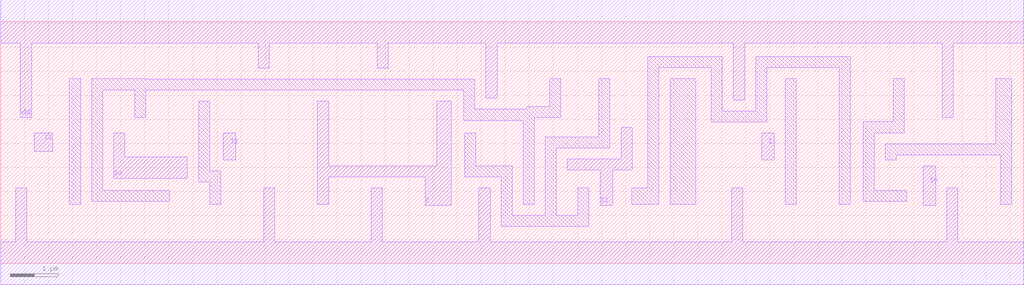
<source format=lef>
# Copyright 2022 GlobalFoundries PDK Authors
#
# Licensed under the Apache License, Version 2.0 (the "License");
# you may not use this file except in compliance with the License.
# You may obtain a copy of the License at
#
#      http://www.apache.org/licenses/LICENSE-2.0
#
# Unless required by applicable law or agreed to in writing, software
# distributed under the License is distributed on an "AS IS" BASIS,
# WITHOUT WARRANTIES OR CONDITIONS OF ANY KIND, either express or implied.
# See the License for the specific language governing permissions and
# limitations under the License.

MACRO gf180mcu_fd_sc_mcu9t5v0__mux4_4
  CLASS core ;
  FOREIGN gf180mcu_fd_sc_mcu9t5v0__mux4_4 0.0 0.0 ;
  ORIGIN 0 0 ;
  SYMMETRY X Y ;
  SITE GF018hv5v_green_sc9 ;
  SIZE 21.28 BY 5.04 ;
  PIN I0
    DIRECTION INPUT ;
    ANTENNAGATEAREA 1.12 ;
    PORT
      LAYER METAL1 ;
        POLYGON 19.19 1.21 19.45 1.21 19.45 2.03 19.19 2.03  ;
    END
  END I0
  PIN I1
    DIRECTION INPUT ;
    ANTENNAGATEAREA 1.12 ;
    PORT
      LAYER METAL1 ;
        POLYGON 15.83 2.15 16.09 2.15 16.09 2.71 15.83 2.71  ;
    END
  END I1
  PIN I2
    DIRECTION INPUT ;
    ANTENNAGATEAREA 1.12 ;
    PORT
      LAYER METAL1 ;
        POLYGON 0.7 2.33 1.08 2.33 1.08 2.71 0.7 2.71  ;
    END
  END I2
  PIN I3
    DIRECTION INPUT ;
    ANTENNAGATEAREA 1.12 ;
    PORT
      LAYER METAL1 ;
        POLYGON 4.63 2.15 4.89 2.15 4.89 2.71 4.63 2.71  ;
    END
  END I3
  PIN S0
    DIRECTION INPUT ;
    ANTENNAGATEAREA 3.36 ;
    PORT
      LAYER METAL1 ;
        POLYGON 2.35 1.77 3.885 1.77 3.885 2.22 2.58 2.22 2.58 2.71 2.35 2.71  ;
    END
  END S0
  PIN S1
    DIRECTION INPUT ;
    ANTENNAGATEAREA 2.24 ;
    PORT
      LAYER METAL1 ;
        POLYGON 11.79 1.945 12.47 1.945 12.47 1.21 12.73 1.21 12.73 1.945 13.135 1.945 13.135 2.83 12.905 2.83 12.905 2.175 11.79 2.175  ;
    END
  END S1
  PIN Z
    DIRECTION OUTPUT ;
    ANTENNADIFFAREA 2.1632 ;
    PORT
      LAYER METAL1 ;
        POLYGON 6.59 1.23 6.82 1.23 6.82 1.8 8.83 1.8 8.83 1.21 9.37 1.21 9.37 3.38 9.075 3.38 9.075 2.03 6.825 2.03 6.825 3.38 6.59 3.38  ;
    END
  END Z
  PIN VDD
    DIRECTION INOUT ;
    USE power ;
    SHAPE ABUTMENT ;
    PORT
      LAYER METAL1 ;
        POLYGON 0 4.59 0.41 4.59 0.41 3.04 0.64 3.04 0.64 4.59 1.66 4.59 5.355 4.59 5.355 4.07 5.585 4.07 5.585 4.59 7.835 4.59 7.835 4.07 8.065 4.07 8.065 4.59 10.095 4.59 10.095 3.44 10.325 3.44 10.325 4.59 11.655 4.59 12.675 4.59 15.245 4.59 15.245 3.4 15.475 3.4 15.475 4.59 17.675 4.59 19.585 4.59 19.585 3.04 19.815 3.04 19.815 4.59 21.035 4.59 21.28 4.59 21.28 5.49 21.035 5.49 17.675 5.49 12.675 5.49 11.655 5.49 1.66 5.49 0 5.49  ;
    END
  END VDD
  PIN VSS
    DIRECTION INOUT ;
    USE ground ;
    SHAPE ABUTMENT ;
    PORT
      LAYER METAL1 ;
        POLYGON 0 -0.45 21.28 -0.45 21.28 0.45 19.915 0.45 19.915 1.57 19.685 1.57 19.685 0.45 15.435 0.45 15.435 1.57 15.205 1.57 15.205 0.45 10.18 0.45 10.18 1.57 9.95 1.57 9.95 0.45 7.94 0.45 7.94 1.57 7.71 1.57 7.71 0.45 5.7 0.45 5.7 1.57 5.47 1.57 5.47 0.45 0.54 0.45 0.54 1.57 0.31 1.57 0.31 0.45 0 0.45  ;
    END
  END VSS
  OBS
      LAYER METAL1 ;
        POLYGON 1.43 1.23 1.66 1.23 1.66 3.85 1.43 3.85  ;
        POLYGON 4.115 1.695 4.35 1.695 4.35 1.23 4.58 1.23 4.58 1.925 4.345 1.925 4.345 3.38 4.115 3.38  ;
        POLYGON 2.12 3.61 2.79 3.61 2.79 3.04 3.02 3.04 3.02 3.61 9.635 3.61 9.635 2.98 10.87 2.98 10.87 1.23 11.1 1.23 11.1 3.04 11.655 3.04 11.655 3.85 11.425 3.85 11.425 3.27 10.945 3.27 10.945 3.21 9.865 3.21 9.865 3.84 3.02 3.84 3.02 3.85 1.89 3.85 1.89 1.285 3.515 1.285 3.515 1.515 2.12 1.515  ;
        POLYGON 11.56 2.405 12.675 2.405 12.675 3.85 12.445 3.85 12.445 2.635 11.33 2.635 11.33 1 10.64 1 10.64 2.03 9.885 2.03 9.885 2.71 9.655 2.71 9.655 1.8 10.41 1.8 10.41 0.77 12.235 0.77 12.235 1.57 12.005 1.57 12.005 1 11.56 1  ;
        POLYGON 13.925 1.23 14.455 1.23 14.455 3.85 13.925 3.85  ;
        POLYGON 16.325 1.23 16.555 1.23 16.555 3.85 16.325 3.85  ;
        POLYGON 13.125 1.23 13.695 1.23 13.695 4.08 14.785 4.08 14.785 2.94 15.935 2.94 15.935 4.08 17.445 4.08 17.445 1.23 17.675 1.23 17.675 4.31 15.705 4.31 15.705 3.17 15.015 3.17 15.015 4.31 13.465 4.31 13.465 1.57 13.125 1.57  ;
        POLYGON 17.945 1.285 18.85 1.285 18.85 1.515 18.175 1.515 18.175 2.72 18.795 2.72 18.795 3.85 18.565 3.85 18.565 2.95 17.945 2.95  ;
        POLYGON 18.405 2.15 18.635 2.15 18.635 2.26 20.805 2.26 20.805 1.23 21.035 1.23 21.035 3.85 20.705 3.85 20.705 2.49 18.405 2.49  ;
  END
END gf180mcu_fd_sc_mcu9t5v0__mux4_4

</source>
